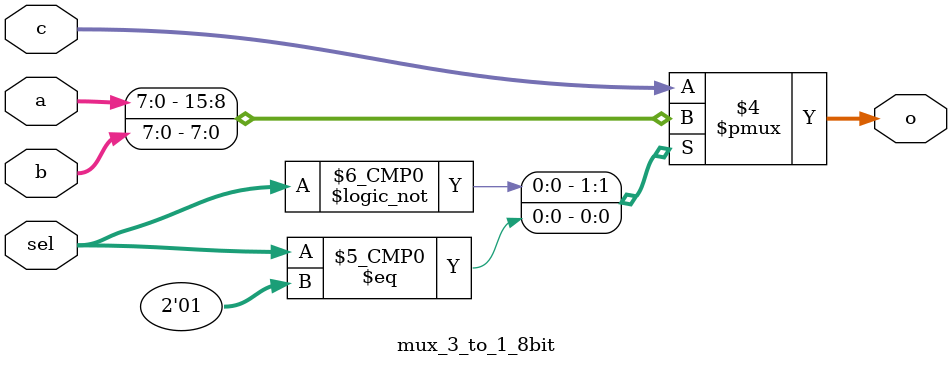
<source format=v>
`timescale 1 ns / 1 ns
module mux_3_to_1_8bit
#(
    parameter DATA_WIDTH = 8
)
(
	input [1:0] sel,
	input [DATA_WIDTH-1:0] a,
	input [DATA_WIDTH-1:0] b,
	input [DATA_WIDTH-1:0] c,
	output reg [DATA_WIDTH-1:0] o
);

always @(*) begin
    case (sel)
        2'b00: o = a;
        2'b01: o = b;
        2'b10: o = c;
        default: o = c;
    endcase
end

endmodule

</source>
